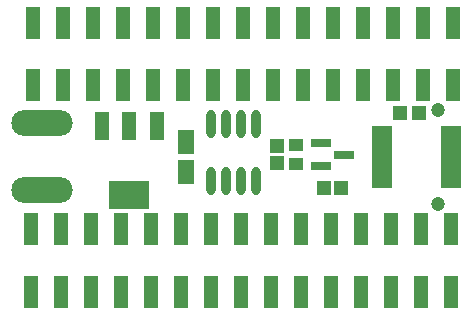
<source format=gts>
%FSTAX25Y25*%
%MOIN*%
%SFA1B1*%

%IPPOS*%
%ADD42R,0.045400X0.047370*%
%ADD43R,0.065090X0.025720*%
%ADD44R,0.135950X0.092650*%
%ADD45R,0.045400X0.092650*%
%ADD46R,0.057210X0.078870*%
%ADD47O,0.031620X0.094610*%
%ADD48R,0.045400X0.045400*%
%ADD49R,0.045400X0.045400*%
%ADD50R,0.047370X0.043430*%
%ADD51R,0.067060X0.031620*%
%ADD52O,0.204850X0.086740*%
%ADD53R,0.048160X0.106420*%
%ADD54C,0.047370*%
%LNnano_rf_shied1_pcb1-1*%
%LPD*%
G54D42*
X0229921Y0463779D03*
X0236221D03*
G54D43*
X0223819Y0458169D03*
Y045561D03*
Y0453051D03*
Y0450492D03*
Y0447933D03*
Y0445374D03*
Y0442815D03*
Y0440256D03*
X0247047Y0458169D03*
Y045561D03*
Y0453051D03*
Y0450492D03*
Y0447933D03*
Y0445374D03*
Y0442815D03*
Y0440256D03*
G54D44*
X0139764Y0436614D03*
G54D45*
X0130709Y0459449D03*
X0139764D03*
X0148819D03*
G54D46*
X0158661Y0444095D03*
Y0454331D03*
G54D47*
X0181909Y0460236D03*
X0176909D03*
X0171909D03*
X0166909D03*
X0181909Y0441339D03*
X0176909D03*
X0171909D03*
X0166909D03*
G54D48*
X0188976Y0452953D03*
Y0447047D03*
G54D49*
X0210433Y0438976D03*
X0204527D03*
G54D50*
X0195276Y045315D03*
Y044685D03*
G54D51*
X020374Y045374D03*
Y044626D03*
X0211221Y045D03*
G54D52*
X011063Y046063D03*
Y0438189D03*
G54D53*
X0107Y0425085D03*
X0117D03*
X0127D03*
X0137D03*
X0147D03*
X0157D03*
X0167D03*
X0177D03*
X0187D03*
X0197D03*
X0207D03*
X0217D03*
X0227D03*
X0237D03*
X0247D03*
Y0404341D03*
X0237D03*
X0227D03*
X0217D03*
X0207D03*
X0197D03*
X0187D03*
X0177D03*
X0167D03*
X0157D03*
X0147D03*
X0137D03*
X0127D03*
X0117D03*
X0107D03*
X01075Y0493872D03*
X01175D03*
X01275D03*
X01375D03*
X01475D03*
X01575D03*
X01675D03*
X01775D03*
X01875D03*
X01975D03*
X02075D03*
X02175D03*
X02275D03*
X02375D03*
X02475D03*
Y0473128D03*
X02375D03*
X02275D03*
X02175D03*
X02075D03*
X01975D03*
X01875D03*
X01775D03*
X01675D03*
X01575D03*
X01475D03*
X01375D03*
X01275D03*
X01175D03*
X01075D03*
G54D54*
X024252Y0433391D03*
Y0464808D03*
M02*
</source>
